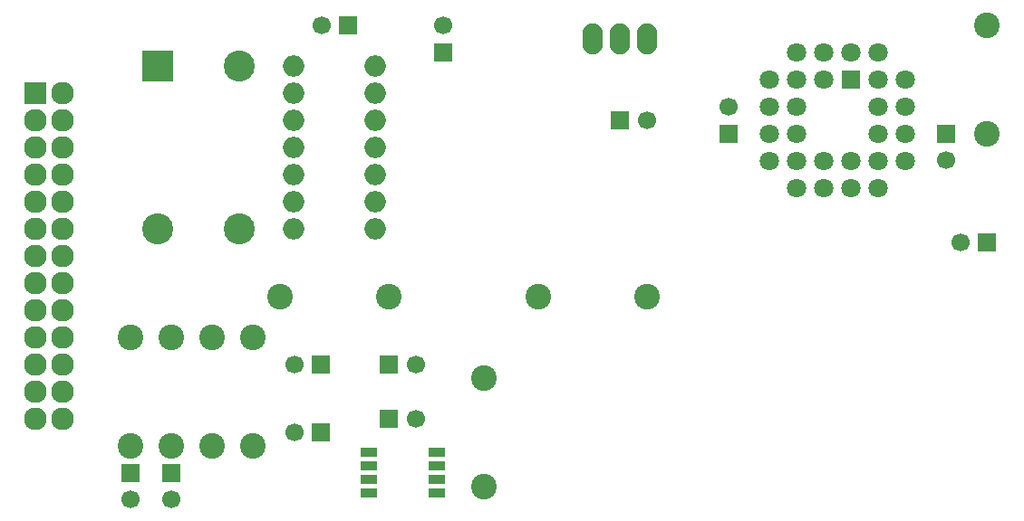
<source format=gbr>
G04 #@! TF.FileFunction,Soldermask,Top*
%FSLAX46Y46*%
G04 Gerber Fmt 4.6, Leading zero omitted, Abs format (unit mm)*
G04 Created by KiCad (PCBNEW 4.0.5+dfsg1-4) date Sat Oct  6 15:16:14 2018*
%MOMM*%
%LPD*%
G01*
G04 APERTURE LIST*
%ADD10C,0.100000*%
%ADD11R,2.899360X2.899360*%
%ADD12C,2.899360*%
%ADD13R,1.700000X1.700000*%
%ADD14C,1.700000*%
%ADD15R,2.127200X2.127200*%
%ADD16O,2.127200X2.127200*%
%ADD17R,1.797000X1.797000*%
%ADD18C,1.797000*%
%ADD19R,1.543000X0.908000*%
%ADD20O,1.901140X2.899360*%
%ADD21O,2.000000X2.000000*%
%ADD22C,2.398980*%
G04 APERTURE END LIST*
D10*
D11*
X95250000Y-60960000D03*
D12*
X95250000Y-76200000D03*
X102870000Y-76200000D03*
X102870000Y-60960000D03*
D13*
X148590000Y-67310000D03*
D14*
X148590000Y-64810000D03*
D13*
X168910000Y-67310000D03*
D14*
X168910000Y-69810000D03*
D13*
X116840000Y-93980000D03*
D14*
X119340000Y-93980000D03*
D13*
X116840000Y-88900000D03*
D14*
X119340000Y-88900000D03*
D13*
X92710000Y-99060000D03*
D14*
X92710000Y-101560000D03*
D13*
X96520000Y-99060000D03*
D14*
X96520000Y-101560000D03*
D13*
X172720000Y-77470000D03*
D14*
X170220000Y-77470000D03*
D13*
X121920000Y-59690000D03*
D14*
X121920000Y-57190000D03*
D13*
X138430000Y-66040000D03*
D14*
X140930000Y-66040000D03*
D13*
X110490000Y-95250000D03*
D14*
X107990000Y-95250000D03*
D13*
X110490000Y-88900000D03*
D14*
X107990000Y-88900000D03*
D15*
X83820000Y-63500000D03*
D16*
X86360000Y-63500000D03*
X83820000Y-66040000D03*
X86360000Y-66040000D03*
X83820000Y-68580000D03*
X86360000Y-68580000D03*
X83820000Y-71120000D03*
X86360000Y-71120000D03*
X83820000Y-73660000D03*
X86360000Y-73660000D03*
X83820000Y-76200000D03*
X86360000Y-76200000D03*
X83820000Y-78740000D03*
X86360000Y-78740000D03*
X83820000Y-81280000D03*
X86360000Y-81280000D03*
X83820000Y-83820000D03*
X86360000Y-83820000D03*
X83820000Y-86360000D03*
X86360000Y-86360000D03*
X83820000Y-88900000D03*
X86360000Y-88900000D03*
X83820000Y-91440000D03*
X86360000Y-91440000D03*
X83820000Y-93980000D03*
X86360000Y-93980000D03*
D17*
X160020000Y-62230000D03*
D18*
X157480000Y-59690000D03*
X157480000Y-62230000D03*
X154940000Y-59690000D03*
X152400000Y-62230000D03*
X154940000Y-62230000D03*
X152400000Y-64770000D03*
X154940000Y-64770000D03*
X152400000Y-67310000D03*
X154940000Y-67310000D03*
X152400000Y-69850000D03*
X154940000Y-72390000D03*
X154940000Y-69850000D03*
X157480000Y-72390000D03*
X157480000Y-69850000D03*
X160020000Y-72390000D03*
X160020000Y-69850000D03*
X162560000Y-72390000D03*
X165100000Y-69850000D03*
X162560000Y-69850000D03*
X165100000Y-67310000D03*
X162560000Y-67310000D03*
X165100000Y-64770000D03*
X162560000Y-64770000D03*
X165100000Y-62230000D03*
X162560000Y-59690000D03*
X162560000Y-62230000D03*
X160020000Y-59690000D03*
D19*
X114935000Y-100965000D03*
X114935000Y-99695000D03*
X114935000Y-98425000D03*
X114935000Y-97155000D03*
X121285000Y-97155000D03*
X121285000Y-98425000D03*
X121285000Y-99695000D03*
X121285000Y-100965000D03*
D20*
X138430000Y-58420000D03*
X140970000Y-58420000D03*
X135890000Y-58420000D03*
D21*
X107950000Y-60960000D03*
X107950000Y-63500000D03*
X107950000Y-66040000D03*
X107950000Y-68580000D03*
X107950000Y-71120000D03*
X107950000Y-73660000D03*
X107950000Y-76200000D03*
X115570000Y-76200000D03*
X115570000Y-73660000D03*
X115570000Y-71120000D03*
X115570000Y-68580000D03*
X115570000Y-66040000D03*
X115570000Y-63500000D03*
X115570000Y-60960000D03*
D13*
X113030000Y-57150000D03*
D14*
X110530000Y-57150000D03*
D22*
X172720000Y-57150000D03*
X172720000Y-67310000D03*
X104140000Y-86360000D03*
X104140000Y-96520000D03*
X125730000Y-90170000D03*
X125730000Y-100330000D03*
X92710000Y-96520000D03*
X92710000Y-86360000D03*
X96520000Y-96520000D03*
X96520000Y-86360000D03*
X130810000Y-82550000D03*
X140970000Y-82550000D03*
X116840000Y-82550000D03*
X106680000Y-82550000D03*
X100330000Y-86360000D03*
X100330000Y-96520000D03*
M02*

</source>
